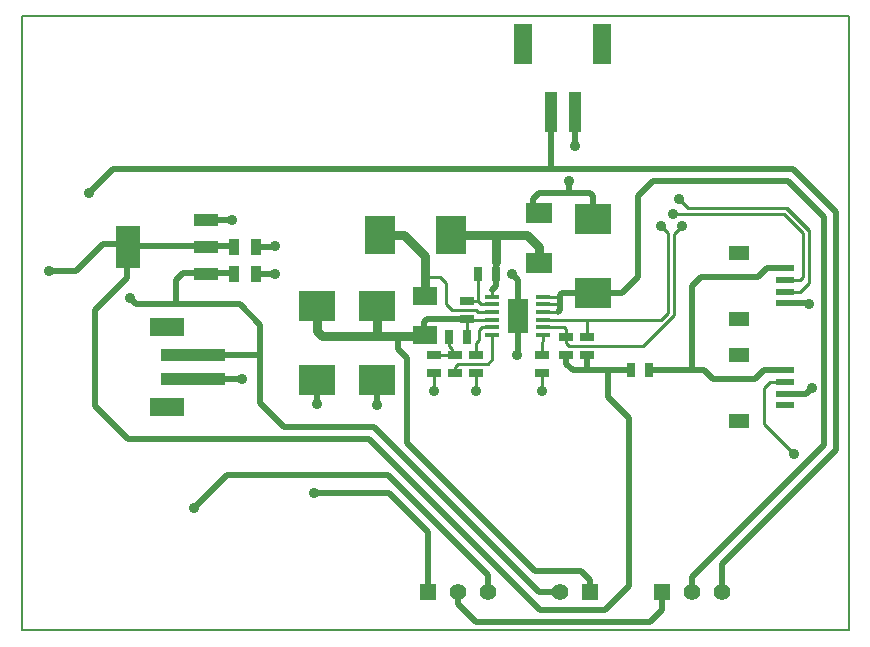
<source format=gbl>
G04 #@! TF.GenerationSoftware,KiCad,Pcbnew,(5.1.5-0-10_14)*
G04 #@! TF.CreationDate,2020-05-24T14:41:35+12:00*
G04 #@! TF.ProjectId,power-board,706f7765-722d-4626-9f61-72642e6b6963,C*
G04 #@! TF.SameCoordinates,Original*
G04 #@! TF.FileFunction,Copper,L2,Bot*
G04 #@! TF.FilePolarity,Positive*
%FSLAX46Y46*%
G04 Gerber Fmt 4.6, Leading zero omitted, Abs format (unit mm)*
G04 Created by KiCad (PCBNEW (5.1.5-0-10_14)) date 2020-05-24 14:41:35*
%MOMM*%
%LPD*%
G04 APERTURE LIST*
%ADD10C,0.200000*%
%ADD11R,1.500000X3.400000*%
%ADD12R,1.000000X3.500000*%
%ADD13R,2.500000X3.250000*%
%ADD14C,1.397000*%
%ADD15R,1.397000X1.397000*%
%ADD16R,3.000000X1.600000*%
%ADD17R,5.500000X1.000000*%
%ADD18R,2.032000X1.016000*%
%ADD19R,2.032000X3.657600*%
%ADD20R,2.199640X1.800000*%
%ADD21R,1.651000X2.845000*%
%ADD22R,1.270000X0.381000*%
%ADD23R,1.800000X1.200000*%
%ADD24R,1.500000X0.600000*%
%ADD25R,2.032000X1.524000*%
%ADD26R,0.889000X1.397000*%
%ADD27R,1.143000X0.635000*%
%ADD28R,0.635000X1.143000*%
%ADD29R,3.100000X2.600000*%
%ADD30C,0.900000*%
%ADD31C,0.254000*%
%ADD32C,0.508000*%
%ADD33C,0.762000*%
G04 APERTURE END LIST*
D10*
X111800000Y-94400000D02*
X111800000Y-42400000D01*
X41800000Y-42400000D02*
X41800000Y-94400000D01*
X111800000Y-42400000D02*
X41800000Y-42400000D01*
X41800000Y-94400000D02*
X111800000Y-94400000D01*
D11*
X84250000Y-44740000D03*
X90950000Y-44740000D03*
D12*
X88600000Y-50490000D03*
X86600000Y-50490000D03*
D13*
X78160000Y-60900000D03*
X72160000Y-60900000D03*
D14*
X81256000Y-91126000D03*
X78716000Y-91126000D03*
D15*
X76176000Y-91126000D03*
D14*
X101068000Y-91126000D03*
X98528000Y-91126000D03*
D15*
X95988000Y-91126000D03*
D16*
X54070000Y-75476000D03*
X54070000Y-68676000D03*
D17*
X56320000Y-71076000D03*
X56320000Y-73076000D03*
D18*
X57380000Y-59630000D03*
X57380000Y-64202000D03*
X57380000Y-61916000D03*
D19*
X50776000Y-61916000D03*
D14*
X87352000Y-91126000D03*
D15*
X89892000Y-91126000D03*
D20*
X85574000Y-63254000D03*
X85574000Y-59054000D03*
D21*
X83796000Y-67758000D03*
D22*
X81637000Y-66782640D03*
X81637000Y-67432880D03*
X81637000Y-68083120D03*
X81637000Y-68733360D03*
X85955000Y-68733360D03*
X85955000Y-68083120D03*
X85955000Y-67432880D03*
X85955000Y-66782640D03*
X81637000Y-69383360D03*
X81637000Y-66132640D03*
X85955000Y-66132640D03*
X85955000Y-69383360D03*
D23*
X102502000Y-68018000D03*
X102502000Y-62418000D03*
D24*
X106402000Y-63718000D03*
X106402000Y-66718000D03*
X106402000Y-65718000D03*
X106402000Y-64718000D03*
D23*
X102502000Y-76654000D03*
X102502000Y-71054000D03*
D24*
X106402000Y-72354000D03*
X106402000Y-75354000D03*
X106402000Y-74354000D03*
X106402000Y-73354000D03*
D25*
X75922000Y-69409000D03*
X75922000Y-66107000D03*
D26*
X61634500Y-61916000D03*
X59729500Y-61916000D03*
X61634500Y-64202000D03*
X59729500Y-64202000D03*
D27*
X85828000Y-71060000D03*
X85828000Y-72584000D03*
X89638000Y-71060000D03*
X89638000Y-69536000D03*
X87860000Y-71060000D03*
X87860000Y-69536000D03*
X80240000Y-71060000D03*
X80240000Y-72584000D03*
X76684000Y-71060000D03*
X76684000Y-72584000D03*
D28*
X79478000Y-69536000D03*
X77954000Y-69536000D03*
D27*
X78462000Y-71060000D03*
X78462000Y-72584000D03*
D29*
X71858000Y-66894000D03*
X71858000Y-73194000D03*
X66778000Y-66894000D03*
X66778000Y-73194000D03*
X90146000Y-65828000D03*
X90146000Y-59528000D03*
D28*
X94886000Y-72388000D03*
X93362000Y-72388000D03*
X80408000Y-64260000D03*
X81932000Y-64260000D03*
D27*
X79478000Y-66488000D03*
X79478000Y-68012000D03*
D30*
X107164000Y-79442000D03*
X97426000Y-57894000D03*
X96918000Y-59164000D03*
X95902000Y-60180000D03*
X97680000Y-60180000D03*
X71832000Y-75290000D03*
X63200000Y-61824000D03*
X59600000Y-59624000D03*
X83710000Y-71102000D03*
X66800000Y-75200000D03*
X76684000Y-74108000D03*
X80240000Y-74108000D03*
X83288000Y-64202000D03*
X85828000Y-74108000D03*
X60428000Y-73092000D03*
X108434000Y-66742000D03*
X108688000Y-73854000D03*
X88114000Y-56328000D03*
X88600000Y-53400000D03*
X63200000Y-64224000D03*
X47474000Y-57344000D03*
X50944000Y-66292000D03*
X44086000Y-64006000D03*
X66524000Y-82744000D03*
X56364000Y-84014000D03*
D31*
X106402000Y-73354000D02*
X105124000Y-73354000D01*
X104624000Y-76902000D02*
X107164000Y-79442000D01*
X104624000Y-73854000D02*
X104624000Y-76902000D01*
X105124000Y-73354000D02*
X104624000Y-73854000D01*
X108431462Y-60942000D02*
X108431462Y-60564630D01*
X106522832Y-58656000D02*
X104538000Y-58656000D01*
X108431462Y-60564630D02*
X106522832Y-58656000D01*
X97426000Y-57894000D02*
X98188000Y-58656000D01*
X98188000Y-58656000D02*
X104538000Y-58656000D01*
X106570000Y-58656000D02*
X108431462Y-60517462D01*
X104538000Y-58656000D02*
X106570000Y-58656000D01*
X106402000Y-65718000D02*
X107680000Y-65718000D01*
X108431462Y-64966538D02*
X108431462Y-60942000D01*
X108431462Y-60942000D02*
X108431462Y-60517462D01*
X107680000Y-65718000D02*
X108431462Y-64966538D01*
X106402000Y-64718000D02*
X107664000Y-64718000D01*
X96918000Y-59164000D02*
X106316000Y-59164000D01*
X106316000Y-59164000D02*
X107926000Y-60774000D01*
X107926000Y-64456000D02*
X107926000Y-60774000D01*
X107664000Y-64718000D02*
X107926000Y-64456000D01*
X96496000Y-67504000D02*
X96496000Y-60774000D01*
X96496000Y-60774000D02*
X95902000Y-60180000D01*
X89638000Y-69536000D02*
X89638000Y-68083120D01*
X89638000Y-68083120D02*
X95916880Y-68083120D01*
X95916880Y-68083120D02*
X96496000Y-67504000D01*
X85955000Y-68083120D02*
X89638000Y-68083120D01*
X97004002Y-60855998D02*
X97004002Y-67714422D01*
X94420424Y-70298000D02*
X97004002Y-67714422D01*
X87860000Y-70044000D02*
X88114000Y-70298000D01*
X87860000Y-70044000D02*
X87860000Y-69536000D01*
X88114000Y-70298000D02*
X94420424Y-70298000D01*
X97004002Y-60855998D02*
X97680000Y-60180000D01*
X87860000Y-69536000D02*
X87860000Y-68918000D01*
X87675360Y-68733360D02*
X85955000Y-68733360D01*
X87860000Y-68918000D02*
X87675360Y-68733360D01*
D32*
X83796000Y-67758000D02*
X83796000Y-71016000D01*
X83796000Y-71016000D02*
X83710000Y-71102000D01*
D31*
X76684000Y-72584000D02*
X76684000Y-74108000D01*
X80240000Y-72584000D02*
X80240000Y-74108000D01*
D32*
X83796000Y-67758000D02*
X83796000Y-64710000D01*
X83796000Y-64710000D02*
X83288000Y-64202000D01*
D31*
X85828000Y-72584000D02*
X85828000Y-74108000D01*
D32*
X56320000Y-73076000D02*
X60412000Y-73076000D01*
X60412000Y-73076000D02*
X60428000Y-73092000D01*
X106402000Y-66718000D02*
X108410000Y-66718000D01*
X108410000Y-66718000D02*
X108434000Y-66742000D01*
X106402000Y-74354000D02*
X108188000Y-74354000D01*
X108188000Y-74354000D02*
X108688000Y-73854000D01*
X85066000Y-59054000D02*
X85066000Y-57852000D01*
X85574000Y-57344000D02*
X85066000Y-57852000D01*
X85574000Y-57344000D02*
X88114000Y-57344000D01*
X88114000Y-57344000D02*
X89892000Y-57344000D01*
X90146000Y-57598000D02*
X90146000Y-59528000D01*
X89892000Y-57344000D02*
X90146000Y-57598000D01*
X88114000Y-56328000D02*
X88114000Y-57344000D01*
X61612000Y-63815500D02*
X61548500Y-63879000D01*
X88600000Y-53400000D02*
X88600000Y-50490000D01*
X63178000Y-64202000D02*
X63200000Y-64224000D01*
X61634500Y-64202000D02*
X63178000Y-64202000D01*
X63108000Y-61916000D02*
X63200000Y-61824000D01*
X61634500Y-61916000D02*
X63108000Y-61916000D01*
X59594000Y-59630000D02*
X59600000Y-59624000D01*
X57380000Y-59630000D02*
X59594000Y-59630000D01*
X71858000Y-75264000D02*
X71832000Y-75290000D01*
X71858000Y-73194000D02*
X71858000Y-75264000D01*
X66778000Y-75178000D02*
X66800000Y-75200000D01*
X66778000Y-73194000D02*
X66778000Y-75178000D01*
X98528000Y-72354000D02*
X99568000Y-72354000D01*
X99568000Y-72354000D02*
X100306000Y-73092000D01*
X94920000Y-72354000D02*
X94886000Y-72388000D01*
X98528000Y-72354000D02*
X94920000Y-72354000D01*
X106402000Y-72354000D02*
X104600000Y-72354000D01*
X104600000Y-72354000D02*
X103862000Y-73092000D01*
X103862000Y-73092000D02*
X100306000Y-73092000D01*
X106402000Y-63718000D02*
X104854000Y-63718000D01*
X104116000Y-64456000D02*
X99290000Y-64456000D01*
X104854000Y-63718000D02*
X104116000Y-64456000D01*
X99290000Y-64456000D02*
X98528000Y-65218000D01*
X98528000Y-65218000D02*
X98528000Y-72354000D01*
X49506000Y-55312000D02*
X47474000Y-57344000D01*
X110720000Y-58958748D02*
X107073252Y-55312000D01*
X110720000Y-79097252D02*
X110720000Y-58958748D01*
X101068000Y-88749252D02*
X110720000Y-79097252D01*
X101068000Y-91126000D02*
X101068000Y-88749252D01*
X86600000Y-55224000D02*
X86600000Y-50490000D01*
X86512000Y-55312000D02*
X86600000Y-55224000D01*
X107073252Y-55312000D02*
X86512000Y-55312000D01*
X86512000Y-55312000D02*
X49506000Y-55312000D01*
D31*
X79478000Y-68012000D02*
X79478000Y-69536000D01*
D32*
X73636000Y-69467000D02*
X73636000Y-70552000D01*
X73636000Y-70552000D02*
X74398000Y-71314000D01*
X89892000Y-91126000D02*
X89892000Y-90110000D01*
X89130000Y-89348000D02*
X89892000Y-90110000D01*
X74398000Y-78516748D02*
X85229252Y-89348000D01*
X85229252Y-89348000D02*
X89130000Y-89348000D01*
X74398000Y-71314000D02*
X74398000Y-78516748D01*
D33*
X71858000Y-66894000D02*
X71858000Y-69467000D01*
X75836000Y-69467000D02*
X73636000Y-69467000D01*
X73636000Y-69467000D02*
X71858000Y-69467000D01*
X71858000Y-69467000D02*
X67217000Y-69467000D01*
X66778000Y-69028000D02*
X66778000Y-66894000D01*
X67217000Y-69467000D02*
X66778000Y-69028000D01*
D32*
X76090000Y-68070000D02*
X75836000Y-68324000D01*
X75836000Y-68324000D02*
X75836000Y-69467000D01*
X79392000Y-68070000D02*
X76090000Y-68070000D01*
D31*
X81637000Y-68083120D02*
X79405120Y-68083120D01*
D32*
X79405120Y-68083120D02*
X79392000Y-68070000D01*
D31*
X79478000Y-66488000D02*
X80350000Y-66488000D01*
X80350000Y-66488000D02*
X80408000Y-66546000D01*
X80408000Y-66546000D02*
X80662000Y-66800000D01*
X81619640Y-66800000D02*
X81637000Y-66782640D01*
X80662000Y-66800000D02*
X81619640Y-66800000D01*
X80408000Y-64260000D02*
X80408000Y-66546000D01*
D33*
X81932000Y-63186000D02*
X81932000Y-60900000D01*
X81932000Y-60900000D02*
X82018000Y-60900000D01*
D32*
X81932000Y-63186000D02*
X81932000Y-64260000D01*
D33*
X85574000Y-63254000D02*
X85574000Y-61916000D01*
X84558000Y-60900000D02*
X82018000Y-60900000D01*
X85574000Y-61916000D02*
X84558000Y-60900000D01*
X82018000Y-60900000D02*
X78160000Y-60900000D01*
D31*
X81637000Y-66132640D02*
X81637000Y-65571000D01*
D32*
X81932000Y-65276000D02*
X81932000Y-64260000D01*
X81637000Y-65571000D02*
X81932000Y-65276000D01*
X57294000Y-64133000D02*
X55417000Y-64133000D01*
X54840000Y-64710000D02*
X54840000Y-66800000D01*
X55417000Y-64133000D02*
X54840000Y-64710000D01*
X56320000Y-71076000D02*
X61952000Y-71076000D01*
X61952000Y-71076000D02*
X61952000Y-71060000D01*
X87352000Y-91126000D02*
X85574000Y-91126000D01*
X61952000Y-68520000D02*
X60232000Y-66800000D01*
X61952000Y-75124000D02*
X61952000Y-71060000D01*
X61952000Y-71060000D02*
X61952000Y-68520000D01*
X63986538Y-77158538D02*
X61952000Y-75124000D01*
X71606538Y-77158538D02*
X63986538Y-77158538D01*
X85574000Y-91126000D02*
X71606538Y-77158538D01*
X51452000Y-66800000D02*
X54840000Y-66800000D01*
X50944000Y-66292000D02*
X51452000Y-66800000D01*
X54840000Y-66800000D02*
X60232000Y-66800000D01*
X57294000Y-64133000D02*
X59660500Y-64133000D01*
X59660500Y-64133000D02*
X59729500Y-64202000D01*
X109706538Y-59378538D02*
X106653462Y-56325462D01*
X95226000Y-56325462D02*
X106653462Y-56325462D01*
X93956000Y-57595462D02*
X95226000Y-56325462D01*
X87352000Y-67250000D02*
X87169120Y-67432880D01*
X93956000Y-64456000D02*
X93956000Y-57595462D01*
X92584000Y-65828000D02*
X93956000Y-64456000D01*
X109706538Y-78677462D02*
X109706538Y-59378538D01*
X90146000Y-65828000D02*
X92584000Y-65828000D01*
X109706538Y-78677462D02*
X98528000Y-89856000D01*
X98528000Y-89856000D02*
X98528000Y-91126000D01*
D31*
X85955000Y-67432880D02*
X87169120Y-67432880D01*
D32*
X87352000Y-67250000D02*
X87352000Y-66742000D01*
D31*
X85955000Y-66782640D02*
X87352000Y-66782640D01*
X87352000Y-66782640D02*
X87352000Y-66742000D01*
X85955000Y-66132640D02*
X87352000Y-66132640D01*
X87352000Y-66132640D02*
X87352000Y-65980000D01*
D32*
X90146000Y-65828000D02*
X87504000Y-65828000D01*
X87352000Y-65980000D02*
X87352000Y-66742000D01*
X87504000Y-65828000D02*
X87352000Y-65980000D01*
X89544640Y-66132640D02*
X89552000Y-66140000D01*
X50690000Y-61847000D02*
X50690000Y-64542000D01*
X89638000Y-72388000D02*
X93362000Y-72388000D01*
X85664748Y-92650000D02*
X71186748Y-78172000D01*
X47982000Y-75378000D02*
X50776000Y-78172000D01*
X50776000Y-78172000D02*
X71186748Y-78172000D01*
X93362000Y-72388000D02*
X91416000Y-72388000D01*
X93194000Y-90618000D02*
X93194000Y-76394000D01*
X91162000Y-92650000D02*
X93194000Y-90618000D01*
X93194000Y-76394000D02*
X91416000Y-74616000D01*
X91416000Y-72388000D02*
X91416000Y-74616000D01*
X91162000Y-92650000D02*
X85664748Y-92650000D01*
X50690000Y-64542000D02*
X47982000Y-67250000D01*
X47982000Y-67250000D02*
X47982000Y-75378000D01*
X57294000Y-61847000D02*
X59660500Y-61847000D01*
X59660500Y-61847000D02*
X59729500Y-61916000D01*
X89638000Y-71060000D02*
X89638000Y-72388000D01*
X87860000Y-71060000D02*
X87860000Y-71822000D01*
X87860000Y-71822000D02*
X88426000Y-72388000D01*
X88426000Y-72388000D02*
X89638000Y-72388000D01*
X50690000Y-61847000D02*
X57294000Y-61847000D01*
X46372000Y-64006000D02*
X44086000Y-64006000D01*
X48658000Y-61720000D02*
X46372000Y-64006000D01*
X50563000Y-61720000D02*
X48658000Y-61720000D01*
X50690000Y-61847000D02*
X50563000Y-61720000D01*
X66524000Y-82744000D02*
X72892244Y-82744000D01*
X76176000Y-86027756D02*
X76176000Y-91126000D01*
X72892244Y-82744000D02*
X76176000Y-86027756D01*
D31*
X75922000Y-64456000D02*
X77192000Y-64456000D01*
X77700000Y-66742000D02*
X78208000Y-67250000D01*
X77700000Y-64964000D02*
X77700000Y-66742000D01*
X77192000Y-64456000D02*
X77700000Y-64964000D01*
D33*
X72160000Y-60900000D02*
X74144000Y-60900000D01*
X74144000Y-60900000D02*
X75922000Y-62678000D01*
X75922000Y-62678000D02*
X75922000Y-64456000D01*
X75922000Y-64456000D02*
X75922000Y-66107000D01*
D31*
X80422880Y-67432880D02*
X80240000Y-67250000D01*
X80422880Y-67432880D02*
X81637000Y-67432880D01*
X78208000Y-67250000D02*
X80240000Y-67250000D01*
D32*
X95988000Y-91126000D02*
X95988000Y-92650000D01*
X94972000Y-93666000D02*
X80240000Y-93666000D01*
X95988000Y-92650000D02*
X94972000Y-93666000D01*
X78716000Y-92142000D02*
X80240000Y-93666000D01*
X78716000Y-91126000D02*
X78716000Y-92142000D01*
X59158000Y-81220000D02*
X72801496Y-81220000D01*
X59158000Y-81220000D02*
X56364000Y-84014000D01*
X81256000Y-89674504D02*
X81256000Y-91126000D01*
X72801496Y-81220000D02*
X81256000Y-89674504D01*
D31*
X78462000Y-72584000D02*
X78462000Y-72076000D01*
X81256000Y-71822000D02*
X81637000Y-71441000D01*
X78716000Y-71822000D02*
X81256000Y-71822000D01*
X78462000Y-72076000D02*
X78716000Y-71822000D01*
X81637000Y-71441000D02*
X81637000Y-69383360D01*
X80240000Y-71060000D02*
X80240000Y-70044000D01*
X80494000Y-69790000D02*
X80494000Y-69000000D01*
X80240000Y-70044000D02*
X80494000Y-69790000D01*
X81637000Y-68733360D02*
X80760640Y-68733360D01*
X80760640Y-68733360D02*
X80494000Y-69000000D01*
X85955000Y-69383360D02*
X85955000Y-69873000D01*
X85828000Y-70000000D02*
X85828000Y-71060000D01*
X85955000Y-69873000D02*
X85828000Y-70000000D01*
X77954000Y-69536000D02*
X77954000Y-70298000D01*
X78208000Y-70806000D02*
X78462000Y-71060000D01*
X78208000Y-70552000D02*
X78208000Y-70806000D01*
X77954000Y-70298000D02*
X78208000Y-70552000D01*
X76684000Y-71060000D02*
X78462000Y-71060000D01*
M02*

</source>
